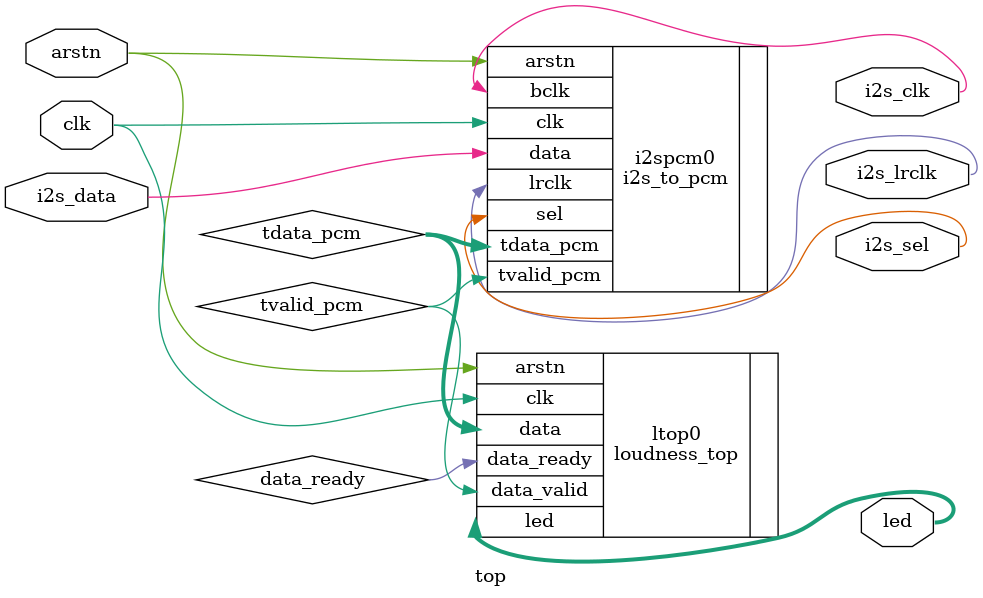
<source format=sv>
`timescale 1ns / 1ps


module top(
    input wire clk,
    input wire arstn, 
    input wire i2s_data,
    
    output wire i2s_clk,
    output var logic i2s_lrclk,
    output wire i2s_sel,
    output wire [15:0] led
    );


    //logic data_pcm, data_valid;
    //loudness_meter_pkg::data_t data;
    
    wire data_ready, tvalid_pcm;
    wire [15:0] tdata_pcm;
    
    loudness_top ltop0
    (
        .arstn(arstn),
        .clk(clk),
        .data(tdata_pcm),
        .data_valid(tvalid_pcm),
        .data_ready(data_ready),
        .led(led[15:0])
    );
    
    i2s_to_pcm i2spcm0
    (
        .clk(clk),
        .arstn(arstn),
        .bclk(i2s_clk),
        .data(i2s_data),
        .lrclk(i2s_lrclk),
        .sel(i2s_sel),
        .tdata_pcm(tdata_pcm),
        .tvalid_pcm(tvalid_pcm)
    );

endmodule
</source>
